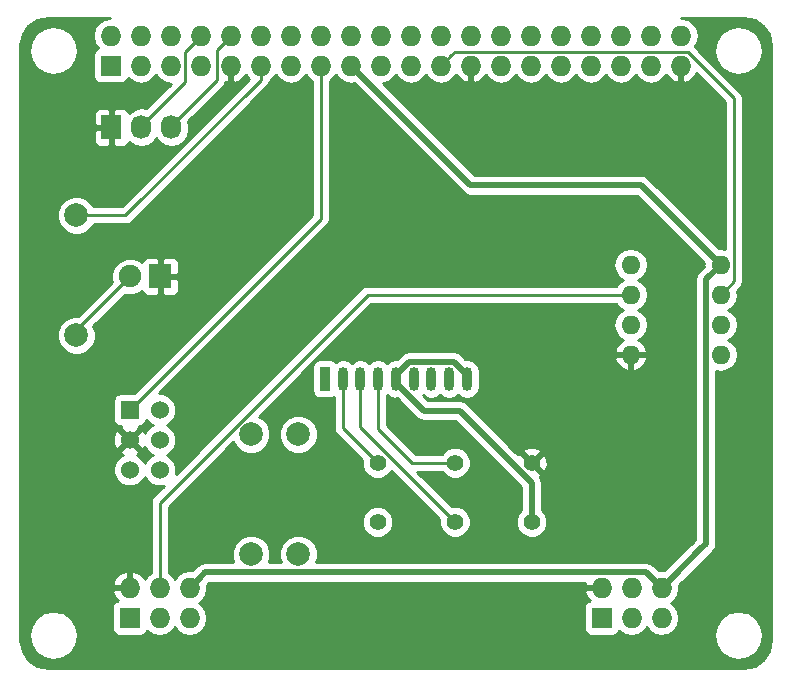
<source format=gbl>
G04 #@! TF.FileFunction,Copper,L2,Bot,Signal*
%FSLAX46Y46*%
G04 Gerber Fmt 4.6, Leading zero omitted, Abs format (unit mm)*
G04 Created by KiCad (PCBNEW 4.0.5) date *
%MOMM*%
%LPD*%
G01*
G04 APERTURE LIST*
%ADD10C,0.150000*%
%ADD11R,1.727200X1.727200*%
%ADD12O,1.727200X1.727200*%
%ADD13R,1.727200X2.032000*%
%ADD14O,1.727200X2.032000*%
%ADD15O,1.600000X1.600000*%
%ADD16R,1.900000X2.000000*%
%ADD17C,1.900000*%
%ADD18C,1.400000*%
%ADD19C,1.998980*%
%ADD20R,1.524000X1.524000*%
%ADD21C,1.524000*%
%ADD22R,0.900000X2.000000*%
%ADD23O,0.900000X2.000000*%
%ADD24C,0.250000*%
%ADD25C,0.500000*%
%ADD26C,0.254000*%
G04 APERTURE END LIST*
D10*
D11*
X83370000Y-68270000D03*
D12*
X83370000Y-65730000D03*
X85910000Y-68270000D03*
X85910000Y-65730000D03*
X88450000Y-68270000D03*
X88450000Y-65730000D03*
X90990000Y-68270000D03*
X90990000Y-65730000D03*
X93530000Y-68270000D03*
X93530000Y-65730000D03*
X96070000Y-68270000D03*
X96070000Y-65730000D03*
X98610000Y-68270000D03*
X98610000Y-65730000D03*
X101150000Y-68270000D03*
X101150000Y-65730000D03*
X103690000Y-68270000D03*
X103690000Y-65730000D03*
X106230000Y-68270000D03*
X106230000Y-65730000D03*
X108770000Y-68270000D03*
X108770000Y-65730000D03*
X111310000Y-68270000D03*
X111310000Y-65730000D03*
X113850000Y-68270000D03*
X113850000Y-65730000D03*
X116390000Y-68270000D03*
X116390000Y-65730000D03*
X118930000Y-68270000D03*
X118930000Y-65730000D03*
X121470000Y-68270000D03*
X121470000Y-65730000D03*
X124010000Y-68270000D03*
X124010000Y-65730000D03*
X126550000Y-68270000D03*
X126550000Y-65730000D03*
X129090000Y-68270000D03*
X129090000Y-65730000D03*
X131630000Y-68270000D03*
X131630000Y-65730000D03*
D13*
X83420000Y-73500000D03*
D14*
X85960000Y-73500000D03*
X88500000Y-73500000D03*
D15*
X127380000Y-85130000D03*
X127380000Y-87670000D03*
X127380000Y-90210000D03*
X127380000Y-92750000D03*
X135000000Y-92750000D03*
X135000000Y-90210000D03*
X135000000Y-87670000D03*
X135000000Y-85130000D03*
D16*
X87547600Y-86129100D03*
D17*
X85007600Y-86129100D03*
D18*
X105950000Y-106900000D03*
X105950000Y-101900000D03*
X112500000Y-106900000D03*
X112500000Y-101900000D03*
X119000000Y-106900000D03*
X119000000Y-101900000D03*
D19*
X95250000Y-109660000D03*
X95250000Y-99500000D03*
X99250000Y-109660000D03*
X99250000Y-99500000D03*
X80461000Y-80960200D03*
X80461000Y-91120200D03*
D11*
X84960000Y-115040000D03*
D12*
X84960000Y-112500000D03*
X87500000Y-115040000D03*
X87500000Y-112500000D03*
X90040000Y-115040000D03*
X90040000Y-112500000D03*
D11*
X124920000Y-115040000D03*
D12*
X124920000Y-112500000D03*
X127460000Y-115040000D03*
X127460000Y-112500000D03*
X130000000Y-115040000D03*
X130000000Y-112500000D03*
D20*
X84960000Y-97420000D03*
D21*
X84960000Y-99960000D03*
X84960000Y-102500000D03*
X87500000Y-102500000D03*
X87500000Y-99960000D03*
X87500000Y-97420000D03*
D22*
X101500000Y-94800000D03*
D23*
X103000000Y-94800000D03*
X104500000Y-94800000D03*
X106000000Y-94800000D03*
X109000000Y-94800000D03*
X110500000Y-94800000D03*
X107500000Y-94800000D03*
X112000000Y-94800000D03*
X113500000Y-94800000D03*
D24*
X90990000Y-65730000D02*
X89638601Y-67081399D01*
X89638601Y-67081399D02*
X89638601Y-69668999D01*
X89638601Y-69668999D02*
X85960000Y-73347600D01*
X85960000Y-73347600D02*
X85960000Y-73500000D01*
X93530000Y-65730000D02*
X92341399Y-66918601D01*
X92341399Y-66918601D02*
X92341399Y-69506201D01*
X92341399Y-69506201D02*
X88500000Y-73347600D01*
X88500000Y-73347600D02*
X88500000Y-73500000D01*
X103000000Y-95000000D02*
X103000000Y-98950000D01*
X103000000Y-98950000D02*
X105950000Y-101900000D01*
X104500000Y-95000000D02*
X104500000Y-98900000D01*
X104500000Y-98900000D02*
X112500000Y-106900000D01*
X106000000Y-95000000D02*
X106000000Y-99000000D01*
X106000000Y-99000000D02*
X108900000Y-101900000D01*
X108900000Y-101900000D02*
X112500000Y-101900000D01*
X135000000Y-87670000D02*
X136125001Y-86544999D01*
X136125001Y-86544999D02*
X136125001Y-71005871D01*
X112498601Y-67081399D02*
X112173599Y-67406401D01*
X136125001Y-71005871D02*
X132200529Y-67081399D01*
X132200529Y-67081399D02*
X112498601Y-67081399D01*
X112173599Y-67406401D02*
X111310000Y-68270000D01*
X127380000Y-87670000D02*
X105119752Y-87670000D01*
X87500000Y-111278686D02*
X87500000Y-112500000D01*
X105119752Y-87670000D02*
X87500000Y-105289752D01*
X87500000Y-105289752D02*
X87500000Y-111278686D01*
X85007600Y-86129100D02*
X80461000Y-90675700D01*
X80461000Y-90675700D02*
X80461000Y-91120200D01*
D25*
X133350000Y-109150000D02*
X130863599Y-111636401D01*
X135000000Y-85130000D02*
X133749999Y-86380001D01*
X133749999Y-86380001D02*
X133749999Y-108750001D01*
X133749999Y-108750001D02*
X133350000Y-109150000D01*
X135000000Y-85130000D02*
X128260000Y-78390000D01*
X128260000Y-78390000D02*
X113810000Y-78390000D01*
X113810000Y-78390000D02*
X104553599Y-69133599D01*
X104553599Y-69133599D02*
X103690000Y-68270000D01*
X130000000Y-112500000D02*
X128686399Y-111186399D01*
X128686399Y-111186399D02*
X91353601Y-111186399D01*
X91353601Y-111186399D02*
X90903599Y-111636401D01*
X90903599Y-111636401D02*
X90040000Y-112500000D01*
X130863599Y-111636401D02*
X130000000Y-112500000D01*
D24*
X101150000Y-68270000D02*
X101150000Y-81230000D01*
X101150000Y-81230000D02*
X84960000Y-97420000D01*
X96070000Y-68270000D02*
X96070000Y-69491314D01*
X96070000Y-69491314D02*
X84601114Y-80960200D01*
X84601114Y-80960200D02*
X80461000Y-80960200D01*
D25*
X107500000Y-95000000D02*
X107500000Y-94456483D01*
X107500000Y-94456483D02*
X108606493Y-93349990D01*
X108606493Y-93349990D02*
X112393507Y-93349990D01*
X112393507Y-93349990D02*
X113500000Y-94456483D01*
X113500000Y-94456483D02*
X113500000Y-95000000D01*
X107500000Y-95000000D02*
X107500000Y-95143517D01*
X107500000Y-95143517D02*
X109856483Y-97500000D01*
X109856483Y-97500000D02*
X112897998Y-97500000D01*
X112897998Y-97500000D02*
X119000000Y-103602002D01*
X119000000Y-103602002D02*
X119000000Y-106900000D01*
D26*
G36*
X82796511Y-64316115D02*
X82310330Y-64640971D01*
X81985474Y-65127152D01*
X81871400Y-65700641D01*
X81871400Y-65759359D01*
X81985474Y-66332848D01*
X82296574Y-66798442D01*
X82271083Y-66803238D01*
X82054959Y-66942310D01*
X81909969Y-67154510D01*
X81858960Y-67406400D01*
X81858960Y-69133600D01*
X81903238Y-69368917D01*
X82042310Y-69585041D01*
X82254510Y-69730031D01*
X82506400Y-69781040D01*
X84233600Y-69781040D01*
X84468917Y-69736762D01*
X84685041Y-69597690D01*
X84830031Y-69385490D01*
X84838864Y-69341869D01*
X84850330Y-69359029D01*
X85336511Y-69683885D01*
X85910000Y-69797959D01*
X86483489Y-69683885D01*
X86969670Y-69359029D01*
X87180000Y-69044248D01*
X87390330Y-69359029D01*
X87876511Y-69683885D01*
X88437354Y-69795444D01*
X86340464Y-71892334D01*
X85960000Y-71816655D01*
X85386511Y-71930729D01*
X84900330Y-72255585D01*
X84885500Y-72277780D01*
X84821927Y-72124302D01*
X84643299Y-71945673D01*
X84409910Y-71849000D01*
X83705750Y-71849000D01*
X83547000Y-72007750D01*
X83547000Y-73373000D01*
X83567000Y-73373000D01*
X83567000Y-73627000D01*
X83547000Y-73627000D01*
X83547000Y-74992250D01*
X83705750Y-75151000D01*
X84409910Y-75151000D01*
X84643299Y-75054327D01*
X84821927Y-74875698D01*
X84885500Y-74722220D01*
X84900330Y-74744415D01*
X85386511Y-75069271D01*
X85960000Y-75183345D01*
X86533489Y-75069271D01*
X87019670Y-74744415D01*
X87230000Y-74429634D01*
X87440330Y-74744415D01*
X87926511Y-75069271D01*
X88500000Y-75183345D01*
X89073489Y-75069271D01*
X89559670Y-74744415D01*
X89884526Y-74258234D01*
X89998600Y-73684745D01*
X89998600Y-73315255D01*
X89933654Y-72988748D01*
X92878800Y-70043602D01*
X93043547Y-69797040D01*
X93066493Y-69681683D01*
X93170974Y-69724958D01*
X93403000Y-69603817D01*
X93403000Y-68397000D01*
X93383000Y-68397000D01*
X93383000Y-68143000D01*
X93403000Y-68143000D01*
X93403000Y-68123000D01*
X93657000Y-68123000D01*
X93657000Y-68143000D01*
X93677000Y-68143000D01*
X93677000Y-68397000D01*
X93657000Y-68397000D01*
X93657000Y-69603817D01*
X93889026Y-69724958D01*
X94304947Y-69552688D01*
X94736821Y-69158490D01*
X94794336Y-69035772D01*
X95010330Y-69359029D01*
X95080558Y-69405954D01*
X84286312Y-80200200D01*
X81915496Y-80200200D01*
X81847462Y-80035545D01*
X81388073Y-79575354D01*
X80787547Y-79325994D01*
X80137306Y-79325426D01*
X79536345Y-79573738D01*
X79076154Y-80033127D01*
X78826794Y-80633653D01*
X78826226Y-81283894D01*
X79074538Y-81884855D01*
X79533927Y-82345046D01*
X80134453Y-82594406D01*
X80784694Y-82594974D01*
X81385655Y-82346662D01*
X81845846Y-81887273D01*
X81915221Y-81720200D01*
X84601114Y-81720200D01*
X84891953Y-81662348D01*
X85138515Y-81497601D01*
X96607401Y-70028715D01*
X96772148Y-69782153D01*
X96814412Y-69569678D01*
X97129670Y-69359029D01*
X97340000Y-69044248D01*
X97550330Y-69359029D01*
X98036511Y-69683885D01*
X98610000Y-69797959D01*
X99183489Y-69683885D01*
X99669670Y-69359029D01*
X99880000Y-69044248D01*
X100090330Y-69359029D01*
X100390000Y-69559262D01*
X100390000Y-80915198D01*
X85294638Y-96010560D01*
X84198000Y-96010560D01*
X83962683Y-96054838D01*
X83746559Y-96193910D01*
X83601569Y-96406110D01*
X83550560Y-96658000D01*
X83550560Y-98182000D01*
X83594838Y-98417317D01*
X83733910Y-98633441D01*
X83946110Y-98778431D01*
X84198000Y-98829440D01*
X84202516Y-98829440D01*
X84159392Y-98979787D01*
X84960000Y-99780395D01*
X85760608Y-98979787D01*
X85717484Y-98829440D01*
X85722000Y-98829440D01*
X85957317Y-98785162D01*
X86173441Y-98646090D01*
X86318431Y-98433890D01*
X86355492Y-98250876D01*
X86707630Y-98603629D01*
X86915512Y-98689949D01*
X86709697Y-98774990D01*
X86316371Y-99167630D01*
X86236605Y-99359727D01*
X86182397Y-99228857D01*
X85940213Y-99159392D01*
X85139605Y-99960000D01*
X85940213Y-100760608D01*
X86182397Y-100691143D01*
X86232509Y-100550682D01*
X86314990Y-100750303D01*
X86707630Y-101143629D01*
X86915512Y-101229949D01*
X86709697Y-101314990D01*
X86316371Y-101707630D01*
X86230051Y-101915512D01*
X86145010Y-101709697D01*
X85752370Y-101316371D01*
X85560273Y-101236605D01*
X85691143Y-101182397D01*
X85760608Y-100940213D01*
X84960000Y-100139605D01*
X84159392Y-100940213D01*
X84228857Y-101182397D01*
X84369318Y-101232509D01*
X84169697Y-101314990D01*
X83776371Y-101707630D01*
X83563243Y-102220900D01*
X83562758Y-102776661D01*
X83774990Y-103290303D01*
X84167630Y-103683629D01*
X84680900Y-103896757D01*
X85236661Y-103897242D01*
X85750303Y-103685010D01*
X86143629Y-103292370D01*
X86229949Y-103084488D01*
X86314990Y-103290303D01*
X86707630Y-103683629D01*
X87220900Y-103896757D01*
X87776661Y-103897242D01*
X87846610Y-103868340D01*
X86962599Y-104752351D01*
X86797852Y-104998913D01*
X86740000Y-105289752D01*
X86740000Y-111210738D01*
X86440330Y-111410971D01*
X86224336Y-111734228D01*
X86166821Y-111611510D01*
X85734947Y-111217312D01*
X85319026Y-111045042D01*
X85087000Y-111166183D01*
X85087000Y-112373000D01*
X85107000Y-112373000D01*
X85107000Y-112627000D01*
X85087000Y-112627000D01*
X85087000Y-112647000D01*
X84833000Y-112647000D01*
X84833000Y-112627000D01*
X83625531Y-112627000D01*
X83505032Y-112859027D01*
X83753179Y-113388490D01*
X83939433Y-113558495D01*
X83861083Y-113573238D01*
X83644959Y-113712310D01*
X83499969Y-113924510D01*
X83448960Y-114176400D01*
X83448960Y-115903600D01*
X83493238Y-116138917D01*
X83632310Y-116355041D01*
X83844510Y-116500031D01*
X84096400Y-116551040D01*
X85823600Y-116551040D01*
X86058917Y-116506762D01*
X86275041Y-116367690D01*
X86420031Y-116155490D01*
X86428864Y-116111869D01*
X86440330Y-116129029D01*
X86926511Y-116453885D01*
X87500000Y-116567959D01*
X88073489Y-116453885D01*
X88559670Y-116129029D01*
X88770000Y-115814248D01*
X88980330Y-116129029D01*
X89466511Y-116453885D01*
X90040000Y-116567959D01*
X90613489Y-116453885D01*
X91099670Y-116129029D01*
X91424526Y-115642848D01*
X91538600Y-115069359D01*
X91538600Y-115010641D01*
X91424526Y-114437152D01*
X91099670Y-113950971D01*
X90828828Y-113770000D01*
X91099670Y-113589029D01*
X91424526Y-113102848D01*
X91538600Y-112529359D01*
X91538600Y-112470641D01*
X91502488Y-112289091D01*
X91529386Y-112262193D01*
X91529389Y-112262191D01*
X91720181Y-112071399D01*
X123497640Y-112071399D01*
X123465032Y-112140973D01*
X123585531Y-112373000D01*
X124793000Y-112373000D01*
X124793000Y-112353000D01*
X125047000Y-112353000D01*
X125047000Y-112373000D01*
X125067000Y-112373000D01*
X125067000Y-112627000D01*
X125047000Y-112627000D01*
X125047000Y-112647000D01*
X124793000Y-112647000D01*
X124793000Y-112627000D01*
X123585531Y-112627000D01*
X123465032Y-112859027D01*
X123713179Y-113388490D01*
X123899433Y-113558495D01*
X123821083Y-113573238D01*
X123604959Y-113712310D01*
X123459969Y-113924510D01*
X123408960Y-114176400D01*
X123408960Y-115903600D01*
X123453238Y-116138917D01*
X123592310Y-116355041D01*
X123804510Y-116500031D01*
X124056400Y-116551040D01*
X125783600Y-116551040D01*
X126018917Y-116506762D01*
X126235041Y-116367690D01*
X126380031Y-116155490D01*
X126388864Y-116111869D01*
X126400330Y-116129029D01*
X126886511Y-116453885D01*
X127460000Y-116567959D01*
X128033489Y-116453885D01*
X128519670Y-116129029D01*
X128730000Y-115814248D01*
X128940330Y-116129029D01*
X129426511Y-116453885D01*
X130000000Y-116567959D01*
X130341653Y-116500000D01*
X134415000Y-116500000D01*
X134573711Y-117297895D01*
X135025682Y-117974318D01*
X135702105Y-118426289D01*
X136500000Y-118585000D01*
X137297895Y-118426289D01*
X137974318Y-117974318D01*
X138426289Y-117297895D01*
X138585000Y-116500000D01*
X138426289Y-115702105D01*
X137974318Y-115025682D01*
X137297895Y-114573711D01*
X136500000Y-114415000D01*
X135702105Y-114573711D01*
X135025682Y-115025682D01*
X134573711Y-115702105D01*
X134415000Y-116500000D01*
X130341653Y-116500000D01*
X130573489Y-116453885D01*
X131059670Y-116129029D01*
X131384526Y-115642848D01*
X131498600Y-115069359D01*
X131498600Y-115010641D01*
X131384526Y-114437152D01*
X131059670Y-113950971D01*
X130788828Y-113770000D01*
X131059670Y-113589029D01*
X131384526Y-113102848D01*
X131498600Y-112529359D01*
X131498600Y-112470641D01*
X131462488Y-112289091D01*
X131489386Y-112262193D01*
X131489389Y-112262191D01*
X133975787Y-109775792D01*
X133975790Y-109775790D01*
X134375786Y-109375793D01*
X134375789Y-109375791D01*
X134567632Y-109088676D01*
X134622801Y-108811326D01*
X134635000Y-108750001D01*
X134634999Y-108749996D01*
X134634999Y-94117989D01*
X134971887Y-94185000D01*
X135028113Y-94185000D01*
X135577264Y-94075767D01*
X136042811Y-93764698D01*
X136353880Y-93299151D01*
X136463113Y-92750000D01*
X136353880Y-92200849D01*
X136042811Y-91735302D01*
X135660725Y-91480000D01*
X136042811Y-91224698D01*
X136353880Y-90759151D01*
X136463113Y-90210000D01*
X136353880Y-89660849D01*
X136042811Y-89195302D01*
X135660725Y-88940000D01*
X136042811Y-88684698D01*
X136353880Y-88219151D01*
X136463113Y-87670000D01*
X136398688Y-87346114D01*
X136662402Y-87082400D01*
X136827149Y-86835838D01*
X136885001Y-86544999D01*
X136885001Y-71005871D01*
X136827149Y-70715032D01*
X136662402Y-70468470D01*
X133193932Y-67000000D01*
X134415000Y-67000000D01*
X134573711Y-67797895D01*
X135025682Y-68474318D01*
X135702105Y-68926289D01*
X136500000Y-69085000D01*
X137297895Y-68926289D01*
X137974318Y-68474318D01*
X138426289Y-67797895D01*
X138585000Y-67000000D01*
X138426289Y-66202105D01*
X137974318Y-65525682D01*
X137297895Y-65073711D01*
X136500000Y-64915000D01*
X135702105Y-65073711D01*
X135025682Y-65525682D01*
X134573711Y-66202105D01*
X134415000Y-67000000D01*
X133193932Y-67000000D01*
X132819162Y-66625230D01*
X133014526Y-66332848D01*
X133128600Y-65759359D01*
X133128600Y-65700641D01*
X133014526Y-65127152D01*
X132689670Y-64640971D01*
X132203489Y-64316115D01*
X131670013Y-64210000D01*
X136930069Y-64210000D01*
X137871023Y-64397167D01*
X138609439Y-64890561D01*
X139102833Y-65628977D01*
X139290000Y-66569931D01*
X139290000Y-116930069D01*
X139102833Y-117871023D01*
X138609439Y-118609439D01*
X137871023Y-119102833D01*
X136930069Y-119290000D01*
X78069931Y-119290000D01*
X77128977Y-119102833D01*
X76390561Y-118609439D01*
X75897167Y-117871023D01*
X75710000Y-116930069D01*
X75710000Y-116500000D01*
X76415000Y-116500000D01*
X76573711Y-117297895D01*
X77025682Y-117974318D01*
X77702105Y-118426289D01*
X78500000Y-118585000D01*
X79297895Y-118426289D01*
X79974318Y-117974318D01*
X80426289Y-117297895D01*
X80585000Y-116500000D01*
X80426289Y-115702105D01*
X79974318Y-115025682D01*
X79297895Y-114573711D01*
X78500000Y-114415000D01*
X77702105Y-114573711D01*
X77025682Y-115025682D01*
X76573711Y-115702105D01*
X76415000Y-116500000D01*
X75710000Y-116500000D01*
X75710000Y-112140973D01*
X83505032Y-112140973D01*
X83625531Y-112373000D01*
X84833000Y-112373000D01*
X84833000Y-111166183D01*
X84600974Y-111045042D01*
X84185053Y-111217312D01*
X83753179Y-111611510D01*
X83505032Y-112140973D01*
X75710000Y-112140973D01*
X75710000Y-99752302D01*
X83550856Y-99752302D01*
X83578638Y-100307368D01*
X83737603Y-100691143D01*
X83979787Y-100760608D01*
X84780395Y-99960000D01*
X83979787Y-99159392D01*
X83737603Y-99228857D01*
X83550856Y-99752302D01*
X75710000Y-99752302D01*
X75710000Y-91443894D01*
X78826226Y-91443894D01*
X79074538Y-92044855D01*
X79533927Y-92505046D01*
X80134453Y-92754406D01*
X80784694Y-92754974D01*
X81385655Y-92506662D01*
X81845846Y-92047273D01*
X82095206Y-91446747D01*
X82095774Y-90796506D01*
X81896727Y-90314775D01*
X84554382Y-87657120D01*
X84690941Y-87713824D01*
X85321493Y-87714375D01*
X85904257Y-87473581D01*
X86009467Y-87368555D01*
X86059273Y-87488798D01*
X86237901Y-87667427D01*
X86471290Y-87764100D01*
X87261850Y-87764100D01*
X87420600Y-87605350D01*
X87420600Y-86256100D01*
X87674600Y-86256100D01*
X87674600Y-87605350D01*
X87833350Y-87764100D01*
X88623910Y-87764100D01*
X88857299Y-87667427D01*
X89035927Y-87488798D01*
X89132600Y-87255409D01*
X89132600Y-86414850D01*
X88973850Y-86256100D01*
X87674600Y-86256100D01*
X87420600Y-86256100D01*
X87400600Y-86256100D01*
X87400600Y-86002100D01*
X87420600Y-86002100D01*
X87420600Y-84652850D01*
X87674600Y-84652850D01*
X87674600Y-86002100D01*
X88973850Y-86002100D01*
X89132600Y-85843350D01*
X89132600Y-85002791D01*
X89035927Y-84769402D01*
X88857299Y-84590773D01*
X88623910Y-84494100D01*
X87833350Y-84494100D01*
X87674600Y-84652850D01*
X87420600Y-84652850D01*
X87261850Y-84494100D01*
X86471290Y-84494100D01*
X86237901Y-84590773D01*
X86059273Y-84769402D01*
X86009588Y-84889351D01*
X85906603Y-84786186D01*
X85324259Y-84544376D01*
X84693707Y-84543825D01*
X84110943Y-84784619D01*
X83664686Y-85230097D01*
X83422876Y-85812441D01*
X83422325Y-86442993D01*
X83479802Y-86582096D01*
X80576089Y-89485809D01*
X80137306Y-89485426D01*
X79536345Y-89733738D01*
X79076154Y-90193127D01*
X78826794Y-90793653D01*
X78826226Y-91443894D01*
X75710000Y-91443894D01*
X75710000Y-73785750D01*
X81921400Y-73785750D01*
X81921400Y-74642309D01*
X82018073Y-74875698D01*
X82196701Y-75054327D01*
X82430090Y-75151000D01*
X83134250Y-75151000D01*
X83293000Y-74992250D01*
X83293000Y-73627000D01*
X82080150Y-73627000D01*
X81921400Y-73785750D01*
X75710000Y-73785750D01*
X75710000Y-72357691D01*
X81921400Y-72357691D01*
X81921400Y-73214250D01*
X82080150Y-73373000D01*
X83293000Y-73373000D01*
X83293000Y-72007750D01*
X83134250Y-71849000D01*
X82430090Y-71849000D01*
X82196701Y-71945673D01*
X82018073Y-72124302D01*
X81921400Y-72357691D01*
X75710000Y-72357691D01*
X75710000Y-67000000D01*
X76415000Y-67000000D01*
X76573711Y-67797895D01*
X77025682Y-68474318D01*
X77702105Y-68926289D01*
X78500000Y-69085000D01*
X79297895Y-68926289D01*
X79974318Y-68474318D01*
X80426289Y-67797895D01*
X80585000Y-67000000D01*
X80426289Y-66202105D01*
X79974318Y-65525682D01*
X79297895Y-65073711D01*
X78500000Y-64915000D01*
X77702105Y-65073711D01*
X77025682Y-65525682D01*
X76573711Y-66202105D01*
X76415000Y-67000000D01*
X75710000Y-67000000D01*
X75710000Y-66569931D01*
X75897167Y-65628977D01*
X76390561Y-64890561D01*
X77128977Y-64397167D01*
X78069931Y-64210000D01*
X83329987Y-64210000D01*
X82796511Y-64316115D01*
X82796511Y-64316115D01*
G37*
X82796511Y-64316115D02*
X82310330Y-64640971D01*
X81985474Y-65127152D01*
X81871400Y-65700641D01*
X81871400Y-65759359D01*
X81985474Y-66332848D01*
X82296574Y-66798442D01*
X82271083Y-66803238D01*
X82054959Y-66942310D01*
X81909969Y-67154510D01*
X81858960Y-67406400D01*
X81858960Y-69133600D01*
X81903238Y-69368917D01*
X82042310Y-69585041D01*
X82254510Y-69730031D01*
X82506400Y-69781040D01*
X84233600Y-69781040D01*
X84468917Y-69736762D01*
X84685041Y-69597690D01*
X84830031Y-69385490D01*
X84838864Y-69341869D01*
X84850330Y-69359029D01*
X85336511Y-69683885D01*
X85910000Y-69797959D01*
X86483489Y-69683885D01*
X86969670Y-69359029D01*
X87180000Y-69044248D01*
X87390330Y-69359029D01*
X87876511Y-69683885D01*
X88437354Y-69795444D01*
X86340464Y-71892334D01*
X85960000Y-71816655D01*
X85386511Y-71930729D01*
X84900330Y-72255585D01*
X84885500Y-72277780D01*
X84821927Y-72124302D01*
X84643299Y-71945673D01*
X84409910Y-71849000D01*
X83705750Y-71849000D01*
X83547000Y-72007750D01*
X83547000Y-73373000D01*
X83567000Y-73373000D01*
X83567000Y-73627000D01*
X83547000Y-73627000D01*
X83547000Y-74992250D01*
X83705750Y-75151000D01*
X84409910Y-75151000D01*
X84643299Y-75054327D01*
X84821927Y-74875698D01*
X84885500Y-74722220D01*
X84900330Y-74744415D01*
X85386511Y-75069271D01*
X85960000Y-75183345D01*
X86533489Y-75069271D01*
X87019670Y-74744415D01*
X87230000Y-74429634D01*
X87440330Y-74744415D01*
X87926511Y-75069271D01*
X88500000Y-75183345D01*
X89073489Y-75069271D01*
X89559670Y-74744415D01*
X89884526Y-74258234D01*
X89998600Y-73684745D01*
X89998600Y-73315255D01*
X89933654Y-72988748D01*
X92878800Y-70043602D01*
X93043547Y-69797040D01*
X93066493Y-69681683D01*
X93170974Y-69724958D01*
X93403000Y-69603817D01*
X93403000Y-68397000D01*
X93383000Y-68397000D01*
X93383000Y-68143000D01*
X93403000Y-68143000D01*
X93403000Y-68123000D01*
X93657000Y-68123000D01*
X93657000Y-68143000D01*
X93677000Y-68143000D01*
X93677000Y-68397000D01*
X93657000Y-68397000D01*
X93657000Y-69603817D01*
X93889026Y-69724958D01*
X94304947Y-69552688D01*
X94736821Y-69158490D01*
X94794336Y-69035772D01*
X95010330Y-69359029D01*
X95080558Y-69405954D01*
X84286312Y-80200200D01*
X81915496Y-80200200D01*
X81847462Y-80035545D01*
X81388073Y-79575354D01*
X80787547Y-79325994D01*
X80137306Y-79325426D01*
X79536345Y-79573738D01*
X79076154Y-80033127D01*
X78826794Y-80633653D01*
X78826226Y-81283894D01*
X79074538Y-81884855D01*
X79533927Y-82345046D01*
X80134453Y-82594406D01*
X80784694Y-82594974D01*
X81385655Y-82346662D01*
X81845846Y-81887273D01*
X81915221Y-81720200D01*
X84601114Y-81720200D01*
X84891953Y-81662348D01*
X85138515Y-81497601D01*
X96607401Y-70028715D01*
X96772148Y-69782153D01*
X96814412Y-69569678D01*
X97129670Y-69359029D01*
X97340000Y-69044248D01*
X97550330Y-69359029D01*
X98036511Y-69683885D01*
X98610000Y-69797959D01*
X99183489Y-69683885D01*
X99669670Y-69359029D01*
X99880000Y-69044248D01*
X100090330Y-69359029D01*
X100390000Y-69559262D01*
X100390000Y-80915198D01*
X85294638Y-96010560D01*
X84198000Y-96010560D01*
X83962683Y-96054838D01*
X83746559Y-96193910D01*
X83601569Y-96406110D01*
X83550560Y-96658000D01*
X83550560Y-98182000D01*
X83594838Y-98417317D01*
X83733910Y-98633441D01*
X83946110Y-98778431D01*
X84198000Y-98829440D01*
X84202516Y-98829440D01*
X84159392Y-98979787D01*
X84960000Y-99780395D01*
X85760608Y-98979787D01*
X85717484Y-98829440D01*
X85722000Y-98829440D01*
X85957317Y-98785162D01*
X86173441Y-98646090D01*
X86318431Y-98433890D01*
X86355492Y-98250876D01*
X86707630Y-98603629D01*
X86915512Y-98689949D01*
X86709697Y-98774990D01*
X86316371Y-99167630D01*
X86236605Y-99359727D01*
X86182397Y-99228857D01*
X85940213Y-99159392D01*
X85139605Y-99960000D01*
X85940213Y-100760608D01*
X86182397Y-100691143D01*
X86232509Y-100550682D01*
X86314990Y-100750303D01*
X86707630Y-101143629D01*
X86915512Y-101229949D01*
X86709697Y-101314990D01*
X86316371Y-101707630D01*
X86230051Y-101915512D01*
X86145010Y-101709697D01*
X85752370Y-101316371D01*
X85560273Y-101236605D01*
X85691143Y-101182397D01*
X85760608Y-100940213D01*
X84960000Y-100139605D01*
X84159392Y-100940213D01*
X84228857Y-101182397D01*
X84369318Y-101232509D01*
X84169697Y-101314990D01*
X83776371Y-101707630D01*
X83563243Y-102220900D01*
X83562758Y-102776661D01*
X83774990Y-103290303D01*
X84167630Y-103683629D01*
X84680900Y-103896757D01*
X85236661Y-103897242D01*
X85750303Y-103685010D01*
X86143629Y-103292370D01*
X86229949Y-103084488D01*
X86314990Y-103290303D01*
X86707630Y-103683629D01*
X87220900Y-103896757D01*
X87776661Y-103897242D01*
X87846610Y-103868340D01*
X86962599Y-104752351D01*
X86797852Y-104998913D01*
X86740000Y-105289752D01*
X86740000Y-111210738D01*
X86440330Y-111410971D01*
X86224336Y-111734228D01*
X86166821Y-111611510D01*
X85734947Y-111217312D01*
X85319026Y-111045042D01*
X85087000Y-111166183D01*
X85087000Y-112373000D01*
X85107000Y-112373000D01*
X85107000Y-112627000D01*
X85087000Y-112627000D01*
X85087000Y-112647000D01*
X84833000Y-112647000D01*
X84833000Y-112627000D01*
X83625531Y-112627000D01*
X83505032Y-112859027D01*
X83753179Y-113388490D01*
X83939433Y-113558495D01*
X83861083Y-113573238D01*
X83644959Y-113712310D01*
X83499969Y-113924510D01*
X83448960Y-114176400D01*
X83448960Y-115903600D01*
X83493238Y-116138917D01*
X83632310Y-116355041D01*
X83844510Y-116500031D01*
X84096400Y-116551040D01*
X85823600Y-116551040D01*
X86058917Y-116506762D01*
X86275041Y-116367690D01*
X86420031Y-116155490D01*
X86428864Y-116111869D01*
X86440330Y-116129029D01*
X86926511Y-116453885D01*
X87500000Y-116567959D01*
X88073489Y-116453885D01*
X88559670Y-116129029D01*
X88770000Y-115814248D01*
X88980330Y-116129029D01*
X89466511Y-116453885D01*
X90040000Y-116567959D01*
X90613489Y-116453885D01*
X91099670Y-116129029D01*
X91424526Y-115642848D01*
X91538600Y-115069359D01*
X91538600Y-115010641D01*
X91424526Y-114437152D01*
X91099670Y-113950971D01*
X90828828Y-113770000D01*
X91099670Y-113589029D01*
X91424526Y-113102848D01*
X91538600Y-112529359D01*
X91538600Y-112470641D01*
X91502488Y-112289091D01*
X91529386Y-112262193D01*
X91529389Y-112262191D01*
X91720181Y-112071399D01*
X123497640Y-112071399D01*
X123465032Y-112140973D01*
X123585531Y-112373000D01*
X124793000Y-112373000D01*
X124793000Y-112353000D01*
X125047000Y-112353000D01*
X125047000Y-112373000D01*
X125067000Y-112373000D01*
X125067000Y-112627000D01*
X125047000Y-112627000D01*
X125047000Y-112647000D01*
X124793000Y-112647000D01*
X124793000Y-112627000D01*
X123585531Y-112627000D01*
X123465032Y-112859027D01*
X123713179Y-113388490D01*
X123899433Y-113558495D01*
X123821083Y-113573238D01*
X123604959Y-113712310D01*
X123459969Y-113924510D01*
X123408960Y-114176400D01*
X123408960Y-115903600D01*
X123453238Y-116138917D01*
X123592310Y-116355041D01*
X123804510Y-116500031D01*
X124056400Y-116551040D01*
X125783600Y-116551040D01*
X126018917Y-116506762D01*
X126235041Y-116367690D01*
X126380031Y-116155490D01*
X126388864Y-116111869D01*
X126400330Y-116129029D01*
X126886511Y-116453885D01*
X127460000Y-116567959D01*
X128033489Y-116453885D01*
X128519670Y-116129029D01*
X128730000Y-115814248D01*
X128940330Y-116129029D01*
X129426511Y-116453885D01*
X130000000Y-116567959D01*
X130341653Y-116500000D01*
X134415000Y-116500000D01*
X134573711Y-117297895D01*
X135025682Y-117974318D01*
X135702105Y-118426289D01*
X136500000Y-118585000D01*
X137297895Y-118426289D01*
X137974318Y-117974318D01*
X138426289Y-117297895D01*
X138585000Y-116500000D01*
X138426289Y-115702105D01*
X137974318Y-115025682D01*
X137297895Y-114573711D01*
X136500000Y-114415000D01*
X135702105Y-114573711D01*
X135025682Y-115025682D01*
X134573711Y-115702105D01*
X134415000Y-116500000D01*
X130341653Y-116500000D01*
X130573489Y-116453885D01*
X131059670Y-116129029D01*
X131384526Y-115642848D01*
X131498600Y-115069359D01*
X131498600Y-115010641D01*
X131384526Y-114437152D01*
X131059670Y-113950971D01*
X130788828Y-113770000D01*
X131059670Y-113589029D01*
X131384526Y-113102848D01*
X131498600Y-112529359D01*
X131498600Y-112470641D01*
X131462488Y-112289091D01*
X131489386Y-112262193D01*
X131489389Y-112262191D01*
X133975787Y-109775792D01*
X133975790Y-109775790D01*
X134375786Y-109375793D01*
X134375789Y-109375791D01*
X134567632Y-109088676D01*
X134622801Y-108811326D01*
X134635000Y-108750001D01*
X134634999Y-108749996D01*
X134634999Y-94117989D01*
X134971887Y-94185000D01*
X135028113Y-94185000D01*
X135577264Y-94075767D01*
X136042811Y-93764698D01*
X136353880Y-93299151D01*
X136463113Y-92750000D01*
X136353880Y-92200849D01*
X136042811Y-91735302D01*
X135660725Y-91480000D01*
X136042811Y-91224698D01*
X136353880Y-90759151D01*
X136463113Y-90210000D01*
X136353880Y-89660849D01*
X136042811Y-89195302D01*
X135660725Y-88940000D01*
X136042811Y-88684698D01*
X136353880Y-88219151D01*
X136463113Y-87670000D01*
X136398688Y-87346114D01*
X136662402Y-87082400D01*
X136827149Y-86835838D01*
X136885001Y-86544999D01*
X136885001Y-71005871D01*
X136827149Y-70715032D01*
X136662402Y-70468470D01*
X133193932Y-67000000D01*
X134415000Y-67000000D01*
X134573711Y-67797895D01*
X135025682Y-68474318D01*
X135702105Y-68926289D01*
X136500000Y-69085000D01*
X137297895Y-68926289D01*
X137974318Y-68474318D01*
X138426289Y-67797895D01*
X138585000Y-67000000D01*
X138426289Y-66202105D01*
X137974318Y-65525682D01*
X137297895Y-65073711D01*
X136500000Y-64915000D01*
X135702105Y-65073711D01*
X135025682Y-65525682D01*
X134573711Y-66202105D01*
X134415000Y-67000000D01*
X133193932Y-67000000D01*
X132819162Y-66625230D01*
X133014526Y-66332848D01*
X133128600Y-65759359D01*
X133128600Y-65700641D01*
X133014526Y-65127152D01*
X132689670Y-64640971D01*
X132203489Y-64316115D01*
X131670013Y-64210000D01*
X136930069Y-64210000D01*
X137871023Y-64397167D01*
X138609439Y-64890561D01*
X139102833Y-65628977D01*
X139290000Y-66569931D01*
X139290000Y-116930069D01*
X139102833Y-117871023D01*
X138609439Y-118609439D01*
X137871023Y-119102833D01*
X136930069Y-119290000D01*
X78069931Y-119290000D01*
X77128977Y-119102833D01*
X76390561Y-118609439D01*
X75897167Y-117871023D01*
X75710000Y-116930069D01*
X75710000Y-116500000D01*
X76415000Y-116500000D01*
X76573711Y-117297895D01*
X77025682Y-117974318D01*
X77702105Y-118426289D01*
X78500000Y-118585000D01*
X79297895Y-118426289D01*
X79974318Y-117974318D01*
X80426289Y-117297895D01*
X80585000Y-116500000D01*
X80426289Y-115702105D01*
X79974318Y-115025682D01*
X79297895Y-114573711D01*
X78500000Y-114415000D01*
X77702105Y-114573711D01*
X77025682Y-115025682D01*
X76573711Y-115702105D01*
X76415000Y-116500000D01*
X75710000Y-116500000D01*
X75710000Y-112140973D01*
X83505032Y-112140973D01*
X83625531Y-112373000D01*
X84833000Y-112373000D01*
X84833000Y-111166183D01*
X84600974Y-111045042D01*
X84185053Y-111217312D01*
X83753179Y-111611510D01*
X83505032Y-112140973D01*
X75710000Y-112140973D01*
X75710000Y-99752302D01*
X83550856Y-99752302D01*
X83578638Y-100307368D01*
X83737603Y-100691143D01*
X83979787Y-100760608D01*
X84780395Y-99960000D01*
X83979787Y-99159392D01*
X83737603Y-99228857D01*
X83550856Y-99752302D01*
X75710000Y-99752302D01*
X75710000Y-91443894D01*
X78826226Y-91443894D01*
X79074538Y-92044855D01*
X79533927Y-92505046D01*
X80134453Y-92754406D01*
X80784694Y-92754974D01*
X81385655Y-92506662D01*
X81845846Y-92047273D01*
X82095206Y-91446747D01*
X82095774Y-90796506D01*
X81896727Y-90314775D01*
X84554382Y-87657120D01*
X84690941Y-87713824D01*
X85321493Y-87714375D01*
X85904257Y-87473581D01*
X86009467Y-87368555D01*
X86059273Y-87488798D01*
X86237901Y-87667427D01*
X86471290Y-87764100D01*
X87261850Y-87764100D01*
X87420600Y-87605350D01*
X87420600Y-86256100D01*
X87674600Y-86256100D01*
X87674600Y-87605350D01*
X87833350Y-87764100D01*
X88623910Y-87764100D01*
X88857299Y-87667427D01*
X89035927Y-87488798D01*
X89132600Y-87255409D01*
X89132600Y-86414850D01*
X88973850Y-86256100D01*
X87674600Y-86256100D01*
X87420600Y-86256100D01*
X87400600Y-86256100D01*
X87400600Y-86002100D01*
X87420600Y-86002100D01*
X87420600Y-84652850D01*
X87674600Y-84652850D01*
X87674600Y-86002100D01*
X88973850Y-86002100D01*
X89132600Y-85843350D01*
X89132600Y-85002791D01*
X89035927Y-84769402D01*
X88857299Y-84590773D01*
X88623910Y-84494100D01*
X87833350Y-84494100D01*
X87674600Y-84652850D01*
X87420600Y-84652850D01*
X87261850Y-84494100D01*
X86471290Y-84494100D01*
X86237901Y-84590773D01*
X86059273Y-84769402D01*
X86009588Y-84889351D01*
X85906603Y-84786186D01*
X85324259Y-84544376D01*
X84693707Y-84543825D01*
X84110943Y-84784619D01*
X83664686Y-85230097D01*
X83422876Y-85812441D01*
X83422325Y-86442993D01*
X83479802Y-86582096D01*
X80576089Y-89485809D01*
X80137306Y-89485426D01*
X79536345Y-89733738D01*
X79076154Y-90193127D01*
X78826794Y-90793653D01*
X78826226Y-91443894D01*
X75710000Y-91443894D01*
X75710000Y-73785750D01*
X81921400Y-73785750D01*
X81921400Y-74642309D01*
X82018073Y-74875698D01*
X82196701Y-75054327D01*
X82430090Y-75151000D01*
X83134250Y-75151000D01*
X83293000Y-74992250D01*
X83293000Y-73627000D01*
X82080150Y-73627000D01*
X81921400Y-73785750D01*
X75710000Y-73785750D01*
X75710000Y-72357691D01*
X81921400Y-72357691D01*
X81921400Y-73214250D01*
X82080150Y-73373000D01*
X83293000Y-73373000D01*
X83293000Y-72007750D01*
X83134250Y-71849000D01*
X82430090Y-71849000D01*
X82196701Y-71945673D01*
X82018073Y-72124302D01*
X81921400Y-72357691D01*
X75710000Y-72357691D01*
X75710000Y-67000000D01*
X76415000Y-67000000D01*
X76573711Y-67797895D01*
X77025682Y-68474318D01*
X77702105Y-68926289D01*
X78500000Y-69085000D01*
X79297895Y-68926289D01*
X79974318Y-68474318D01*
X80426289Y-67797895D01*
X80585000Y-67000000D01*
X80426289Y-66202105D01*
X79974318Y-65525682D01*
X79297895Y-65073711D01*
X78500000Y-64915000D01*
X77702105Y-65073711D01*
X77025682Y-65525682D01*
X76573711Y-66202105D01*
X76415000Y-67000000D01*
X75710000Y-67000000D01*
X75710000Y-66569931D01*
X75897167Y-65628977D01*
X76390561Y-64890561D01*
X77128977Y-64397167D01*
X78069931Y-64210000D01*
X83329987Y-64210000D01*
X82796511Y-64316115D01*
G36*
X102630330Y-69359029D02*
X103116511Y-69683885D01*
X103690000Y-69797959D01*
X103920526Y-69752105D01*
X103927807Y-69759386D01*
X103927809Y-69759389D01*
X113184208Y-79015787D01*
X113184210Y-79015790D01*
X113471325Y-79207633D01*
X113527516Y-79218810D01*
X113810000Y-79275001D01*
X113810005Y-79275000D01*
X127893420Y-79275000D01*
X133571983Y-84953562D01*
X133536887Y-85130000D01*
X133571983Y-85306438D01*
X133124209Y-85754211D01*
X132932366Y-86041326D01*
X132932366Y-86041327D01*
X132864998Y-86380001D01*
X132864999Y-86380006D01*
X132864999Y-108383421D01*
X132724210Y-108524210D01*
X132724208Y-108524213D01*
X130237809Y-111010611D01*
X130237807Y-111010614D01*
X130230526Y-111017895D01*
X130000000Y-110972041D01*
X129769475Y-111017895D01*
X129312189Y-110560609D01*
X129249446Y-110518686D01*
X129025074Y-110368766D01*
X128968883Y-110357589D01*
X128686399Y-110301398D01*
X128686394Y-110301399D01*
X100753468Y-110301399D01*
X100884206Y-109986547D01*
X100884774Y-109336306D01*
X100636462Y-108735345D01*
X100177073Y-108275154D01*
X99576547Y-108025794D01*
X98926306Y-108025226D01*
X98325345Y-108273538D01*
X97865154Y-108732927D01*
X97615794Y-109333453D01*
X97615226Y-109983694D01*
X97746499Y-110301399D01*
X96753468Y-110301399D01*
X96884206Y-109986547D01*
X96884774Y-109336306D01*
X96636462Y-108735345D01*
X96177073Y-108275154D01*
X95576547Y-108025794D01*
X94926306Y-108025226D01*
X94325345Y-108273538D01*
X93865154Y-108732927D01*
X93615794Y-109333453D01*
X93615226Y-109983694D01*
X93746499Y-110301399D01*
X91353606Y-110301399D01*
X91353601Y-110301398D01*
X91071117Y-110357589D01*
X91014926Y-110368766D01*
X90727811Y-110560609D01*
X90727809Y-110560612D01*
X90277809Y-111010611D01*
X90277807Y-111010614D01*
X90270526Y-111017895D01*
X90040000Y-110972041D01*
X89466511Y-111086115D01*
X88980330Y-111410971D01*
X88770000Y-111725752D01*
X88559670Y-111410971D01*
X88260000Y-111210738D01*
X88260000Y-107164383D01*
X104614769Y-107164383D01*
X104817582Y-107655229D01*
X105192796Y-108031098D01*
X105683287Y-108234768D01*
X106214383Y-108235231D01*
X106705229Y-108032418D01*
X107081098Y-107657204D01*
X107284768Y-107166713D01*
X107285231Y-106635617D01*
X107082418Y-106144771D01*
X106707204Y-105768902D01*
X106216713Y-105565232D01*
X105685617Y-105564769D01*
X105194771Y-105767582D01*
X104818902Y-106142796D01*
X104615232Y-106633287D01*
X104614769Y-107164383D01*
X88260000Y-107164383D01*
X88260000Y-105604554D01*
X93739674Y-100124880D01*
X93863538Y-100424655D01*
X94322927Y-100884846D01*
X94923453Y-101134206D01*
X95573694Y-101134774D01*
X96174655Y-100886462D01*
X96634846Y-100427073D01*
X96884206Y-99826547D01*
X96884208Y-99823694D01*
X97615226Y-99823694D01*
X97863538Y-100424655D01*
X98322927Y-100884846D01*
X98923453Y-101134206D01*
X99573694Y-101134774D01*
X100174655Y-100886462D01*
X100634846Y-100427073D01*
X100884206Y-99826547D01*
X100884774Y-99176306D01*
X100636462Y-98575345D01*
X100177073Y-98115154D01*
X99576547Y-97865794D01*
X98926306Y-97865226D01*
X98325345Y-98113538D01*
X97865154Y-98572927D01*
X97615794Y-99173453D01*
X97615226Y-99823694D01*
X96884208Y-99823694D01*
X96884774Y-99176306D01*
X96636462Y-98575345D01*
X96177073Y-98115154D01*
X95874881Y-97989673D01*
X100064554Y-93800000D01*
X100402560Y-93800000D01*
X100402560Y-95800000D01*
X100446838Y-96035317D01*
X100585910Y-96251441D01*
X100798110Y-96396431D01*
X101050000Y-96447440D01*
X101950000Y-96447440D01*
X102185317Y-96403162D01*
X102240000Y-96367974D01*
X102240000Y-98950000D01*
X102297852Y-99240839D01*
X102462599Y-99487401D01*
X104615226Y-101640028D01*
X104614769Y-102164383D01*
X104817582Y-102655229D01*
X105192796Y-103031098D01*
X105683287Y-103234768D01*
X106214383Y-103235231D01*
X106705229Y-103032418D01*
X107081098Y-102657204D01*
X107110821Y-102585623D01*
X111165226Y-106640029D01*
X111164769Y-107164383D01*
X111367582Y-107655229D01*
X111742796Y-108031098D01*
X112233287Y-108234768D01*
X112764383Y-108235231D01*
X113255229Y-108032418D01*
X113631098Y-107657204D01*
X113834768Y-107166713D01*
X113835231Y-106635617D01*
X113632418Y-106144771D01*
X113257204Y-105768902D01*
X112766713Y-105565232D01*
X112239575Y-105564772D01*
X109334803Y-102660000D01*
X111372345Y-102660000D01*
X111742796Y-103031098D01*
X112233287Y-103234768D01*
X112764383Y-103235231D01*
X113255229Y-103032418D01*
X113631098Y-102657204D01*
X113834768Y-102166713D01*
X113835231Y-101635617D01*
X113632418Y-101144771D01*
X113257204Y-100768902D01*
X112766713Y-100565232D01*
X112235617Y-100564769D01*
X111744771Y-100767582D01*
X111371703Y-101140000D01*
X109214802Y-101140000D01*
X106760000Y-98685198D01*
X106760000Y-96167425D01*
X107084788Y-96384441D01*
X107500000Y-96467032D01*
X107560000Y-96455097D01*
X109230691Y-98125787D01*
X109230693Y-98125790D01*
X109517808Y-98317633D01*
X109856483Y-98385001D01*
X109856488Y-98385000D01*
X112531418Y-98385000D01*
X118115000Y-103968581D01*
X118115000Y-105897127D01*
X117868902Y-106142796D01*
X117665232Y-106633287D01*
X117664769Y-107164383D01*
X117867582Y-107655229D01*
X118242796Y-108031098D01*
X118733287Y-108234768D01*
X119264383Y-108235231D01*
X119755229Y-108032418D01*
X120131098Y-107657204D01*
X120334768Y-107166713D01*
X120335231Y-106635617D01*
X120132418Y-106144771D01*
X119885000Y-105896921D01*
X119885000Y-103602007D01*
X119885001Y-103602002D01*
X119817633Y-103263328D01*
X119817633Y-103263327D01*
X119690167Y-103072560D01*
X119693831Y-103071042D01*
X119755669Y-102835275D01*
X119000000Y-102079605D01*
X118985858Y-102093748D01*
X118806253Y-101914143D01*
X118820395Y-101900000D01*
X119179605Y-101900000D01*
X119935275Y-102655669D01*
X120171042Y-102593831D01*
X120347419Y-102092878D01*
X120318664Y-101562560D01*
X120171042Y-101206169D01*
X119935275Y-101144331D01*
X119179605Y-101900000D01*
X118820395Y-101900000D01*
X118064725Y-101144331D01*
X117850180Y-101200603D01*
X117614303Y-100964725D01*
X118244331Y-100964725D01*
X119000000Y-101720395D01*
X119755669Y-100964725D01*
X119693831Y-100728958D01*
X119192878Y-100552581D01*
X118662560Y-100581336D01*
X118306169Y-100728958D01*
X118244331Y-100964725D01*
X117614303Y-100964725D01*
X113523788Y-96874210D01*
X113236673Y-96682367D01*
X113180482Y-96671190D01*
X112897998Y-96614999D01*
X112897993Y-96615000D01*
X110223062Y-96615000D01*
X109806673Y-96198611D01*
X110084788Y-96384441D01*
X110500000Y-96467032D01*
X110915212Y-96384441D01*
X111250000Y-96160743D01*
X111584788Y-96384441D01*
X112000000Y-96467032D01*
X112415212Y-96384441D01*
X112750000Y-96160743D01*
X113084788Y-96384441D01*
X113500000Y-96467032D01*
X113915212Y-96384441D01*
X114267211Y-96149243D01*
X114502409Y-95797244D01*
X114585000Y-95382032D01*
X114585000Y-94217968D01*
X114502409Y-93802756D01*
X114267211Y-93450757D01*
X113915212Y-93215559D01*
X113500000Y-93132968D01*
X113439999Y-93144903D01*
X113394136Y-93099039D01*
X125988096Y-93099039D01*
X126148959Y-93487423D01*
X126524866Y-93902389D01*
X127030959Y-94141914D01*
X127253000Y-94020629D01*
X127253000Y-92877000D01*
X127507000Y-92877000D01*
X127507000Y-94020629D01*
X127729041Y-94141914D01*
X128235134Y-93902389D01*
X128611041Y-93487423D01*
X128771904Y-93099039D01*
X128649915Y-92877000D01*
X127507000Y-92877000D01*
X127253000Y-92877000D01*
X126110085Y-92877000D01*
X125988096Y-93099039D01*
X113394136Y-93099039D01*
X113019297Y-92724200D01*
X112732182Y-92532357D01*
X112675991Y-92521180D01*
X112393507Y-92464989D01*
X112393502Y-92464990D01*
X108606493Y-92464990D01*
X108267818Y-92532357D01*
X107980703Y-92724200D01*
X107980701Y-92724203D01*
X107560001Y-93144903D01*
X107500000Y-93132968D01*
X107084788Y-93215559D01*
X106750000Y-93439257D01*
X106415212Y-93215559D01*
X106000000Y-93132968D01*
X105584788Y-93215559D01*
X105250000Y-93439257D01*
X104915212Y-93215559D01*
X104500000Y-93132968D01*
X104084788Y-93215559D01*
X103750000Y-93439257D01*
X103415212Y-93215559D01*
X103000000Y-93132968D01*
X102584788Y-93215559D01*
X102400073Y-93338982D01*
X102201890Y-93203569D01*
X101950000Y-93152560D01*
X101050000Y-93152560D01*
X100814683Y-93196838D01*
X100598559Y-93335910D01*
X100453569Y-93548110D01*
X100402560Y-93800000D01*
X100064554Y-93800000D01*
X105434554Y-88430000D01*
X126167005Y-88430000D01*
X126337189Y-88684698D01*
X126719275Y-88940000D01*
X126337189Y-89195302D01*
X126026120Y-89660849D01*
X125916887Y-90210000D01*
X126026120Y-90759151D01*
X126337189Y-91224698D01*
X126741703Y-91494986D01*
X126524866Y-91597611D01*
X126148959Y-92012577D01*
X125988096Y-92400961D01*
X126110085Y-92623000D01*
X127253000Y-92623000D01*
X127253000Y-92603000D01*
X127507000Y-92603000D01*
X127507000Y-92623000D01*
X128649915Y-92623000D01*
X128771904Y-92400961D01*
X128611041Y-92012577D01*
X128235134Y-91597611D01*
X128018297Y-91494986D01*
X128422811Y-91224698D01*
X128733880Y-90759151D01*
X128843113Y-90210000D01*
X128733880Y-89660849D01*
X128422811Y-89195302D01*
X128040725Y-88940000D01*
X128422811Y-88684698D01*
X128733880Y-88219151D01*
X128843113Y-87670000D01*
X128733880Y-87120849D01*
X128422811Y-86655302D01*
X128040725Y-86400000D01*
X128422811Y-86144698D01*
X128733880Y-85679151D01*
X128843113Y-85130000D01*
X128733880Y-84580849D01*
X128422811Y-84115302D01*
X127957264Y-83804233D01*
X127408113Y-83695000D01*
X127351887Y-83695000D01*
X126802736Y-83804233D01*
X126337189Y-84115302D01*
X126026120Y-84580849D01*
X125916887Y-85130000D01*
X126026120Y-85679151D01*
X126337189Y-86144698D01*
X126719275Y-86400000D01*
X126337189Y-86655302D01*
X126167005Y-86910000D01*
X105119752Y-86910000D01*
X104828912Y-86967852D01*
X104582351Y-87132599D01*
X88868997Y-102845953D01*
X88896757Y-102779100D01*
X88897242Y-102223339D01*
X88685010Y-101709697D01*
X88292370Y-101316371D01*
X88084488Y-101230051D01*
X88290303Y-101145010D01*
X88683629Y-100752370D01*
X88896757Y-100239100D01*
X88897242Y-99683339D01*
X88685010Y-99169697D01*
X88292370Y-98776371D01*
X88084488Y-98690051D01*
X88290303Y-98605010D01*
X88683629Y-98212370D01*
X88896757Y-97699100D01*
X88897242Y-97143339D01*
X88685010Y-96629697D01*
X88292370Y-96236371D01*
X87779100Y-96023243D01*
X87431862Y-96022940D01*
X101687401Y-81767401D01*
X101852148Y-81520839D01*
X101910000Y-81230000D01*
X101910000Y-69559262D01*
X102209670Y-69359029D01*
X102420000Y-69044248D01*
X102630330Y-69359029D01*
X102630330Y-69359029D01*
G37*
X102630330Y-69359029D02*
X103116511Y-69683885D01*
X103690000Y-69797959D01*
X103920526Y-69752105D01*
X103927807Y-69759386D01*
X103927809Y-69759389D01*
X113184208Y-79015787D01*
X113184210Y-79015790D01*
X113471325Y-79207633D01*
X113527516Y-79218810D01*
X113810000Y-79275001D01*
X113810005Y-79275000D01*
X127893420Y-79275000D01*
X133571983Y-84953562D01*
X133536887Y-85130000D01*
X133571983Y-85306438D01*
X133124209Y-85754211D01*
X132932366Y-86041326D01*
X132932366Y-86041327D01*
X132864998Y-86380001D01*
X132864999Y-86380006D01*
X132864999Y-108383421D01*
X132724210Y-108524210D01*
X132724208Y-108524213D01*
X130237809Y-111010611D01*
X130237807Y-111010614D01*
X130230526Y-111017895D01*
X130000000Y-110972041D01*
X129769475Y-111017895D01*
X129312189Y-110560609D01*
X129249446Y-110518686D01*
X129025074Y-110368766D01*
X128968883Y-110357589D01*
X128686399Y-110301398D01*
X128686394Y-110301399D01*
X100753468Y-110301399D01*
X100884206Y-109986547D01*
X100884774Y-109336306D01*
X100636462Y-108735345D01*
X100177073Y-108275154D01*
X99576547Y-108025794D01*
X98926306Y-108025226D01*
X98325345Y-108273538D01*
X97865154Y-108732927D01*
X97615794Y-109333453D01*
X97615226Y-109983694D01*
X97746499Y-110301399D01*
X96753468Y-110301399D01*
X96884206Y-109986547D01*
X96884774Y-109336306D01*
X96636462Y-108735345D01*
X96177073Y-108275154D01*
X95576547Y-108025794D01*
X94926306Y-108025226D01*
X94325345Y-108273538D01*
X93865154Y-108732927D01*
X93615794Y-109333453D01*
X93615226Y-109983694D01*
X93746499Y-110301399D01*
X91353606Y-110301399D01*
X91353601Y-110301398D01*
X91071117Y-110357589D01*
X91014926Y-110368766D01*
X90727811Y-110560609D01*
X90727809Y-110560612D01*
X90277809Y-111010611D01*
X90277807Y-111010614D01*
X90270526Y-111017895D01*
X90040000Y-110972041D01*
X89466511Y-111086115D01*
X88980330Y-111410971D01*
X88770000Y-111725752D01*
X88559670Y-111410971D01*
X88260000Y-111210738D01*
X88260000Y-107164383D01*
X104614769Y-107164383D01*
X104817582Y-107655229D01*
X105192796Y-108031098D01*
X105683287Y-108234768D01*
X106214383Y-108235231D01*
X106705229Y-108032418D01*
X107081098Y-107657204D01*
X107284768Y-107166713D01*
X107285231Y-106635617D01*
X107082418Y-106144771D01*
X106707204Y-105768902D01*
X106216713Y-105565232D01*
X105685617Y-105564769D01*
X105194771Y-105767582D01*
X104818902Y-106142796D01*
X104615232Y-106633287D01*
X104614769Y-107164383D01*
X88260000Y-107164383D01*
X88260000Y-105604554D01*
X93739674Y-100124880D01*
X93863538Y-100424655D01*
X94322927Y-100884846D01*
X94923453Y-101134206D01*
X95573694Y-101134774D01*
X96174655Y-100886462D01*
X96634846Y-100427073D01*
X96884206Y-99826547D01*
X96884208Y-99823694D01*
X97615226Y-99823694D01*
X97863538Y-100424655D01*
X98322927Y-100884846D01*
X98923453Y-101134206D01*
X99573694Y-101134774D01*
X100174655Y-100886462D01*
X100634846Y-100427073D01*
X100884206Y-99826547D01*
X100884774Y-99176306D01*
X100636462Y-98575345D01*
X100177073Y-98115154D01*
X99576547Y-97865794D01*
X98926306Y-97865226D01*
X98325345Y-98113538D01*
X97865154Y-98572927D01*
X97615794Y-99173453D01*
X97615226Y-99823694D01*
X96884208Y-99823694D01*
X96884774Y-99176306D01*
X96636462Y-98575345D01*
X96177073Y-98115154D01*
X95874881Y-97989673D01*
X100064554Y-93800000D01*
X100402560Y-93800000D01*
X100402560Y-95800000D01*
X100446838Y-96035317D01*
X100585910Y-96251441D01*
X100798110Y-96396431D01*
X101050000Y-96447440D01*
X101950000Y-96447440D01*
X102185317Y-96403162D01*
X102240000Y-96367974D01*
X102240000Y-98950000D01*
X102297852Y-99240839D01*
X102462599Y-99487401D01*
X104615226Y-101640028D01*
X104614769Y-102164383D01*
X104817582Y-102655229D01*
X105192796Y-103031098D01*
X105683287Y-103234768D01*
X106214383Y-103235231D01*
X106705229Y-103032418D01*
X107081098Y-102657204D01*
X107110821Y-102585623D01*
X111165226Y-106640029D01*
X111164769Y-107164383D01*
X111367582Y-107655229D01*
X111742796Y-108031098D01*
X112233287Y-108234768D01*
X112764383Y-108235231D01*
X113255229Y-108032418D01*
X113631098Y-107657204D01*
X113834768Y-107166713D01*
X113835231Y-106635617D01*
X113632418Y-106144771D01*
X113257204Y-105768902D01*
X112766713Y-105565232D01*
X112239575Y-105564772D01*
X109334803Y-102660000D01*
X111372345Y-102660000D01*
X111742796Y-103031098D01*
X112233287Y-103234768D01*
X112764383Y-103235231D01*
X113255229Y-103032418D01*
X113631098Y-102657204D01*
X113834768Y-102166713D01*
X113835231Y-101635617D01*
X113632418Y-101144771D01*
X113257204Y-100768902D01*
X112766713Y-100565232D01*
X112235617Y-100564769D01*
X111744771Y-100767582D01*
X111371703Y-101140000D01*
X109214802Y-101140000D01*
X106760000Y-98685198D01*
X106760000Y-96167425D01*
X107084788Y-96384441D01*
X107500000Y-96467032D01*
X107560000Y-96455097D01*
X109230691Y-98125787D01*
X109230693Y-98125790D01*
X109517808Y-98317633D01*
X109856483Y-98385001D01*
X109856488Y-98385000D01*
X112531418Y-98385000D01*
X118115000Y-103968581D01*
X118115000Y-105897127D01*
X117868902Y-106142796D01*
X117665232Y-106633287D01*
X117664769Y-107164383D01*
X117867582Y-107655229D01*
X118242796Y-108031098D01*
X118733287Y-108234768D01*
X119264383Y-108235231D01*
X119755229Y-108032418D01*
X120131098Y-107657204D01*
X120334768Y-107166713D01*
X120335231Y-106635617D01*
X120132418Y-106144771D01*
X119885000Y-105896921D01*
X119885000Y-103602007D01*
X119885001Y-103602002D01*
X119817633Y-103263328D01*
X119817633Y-103263327D01*
X119690167Y-103072560D01*
X119693831Y-103071042D01*
X119755669Y-102835275D01*
X119000000Y-102079605D01*
X118985858Y-102093748D01*
X118806253Y-101914143D01*
X118820395Y-101900000D01*
X119179605Y-101900000D01*
X119935275Y-102655669D01*
X120171042Y-102593831D01*
X120347419Y-102092878D01*
X120318664Y-101562560D01*
X120171042Y-101206169D01*
X119935275Y-101144331D01*
X119179605Y-101900000D01*
X118820395Y-101900000D01*
X118064725Y-101144331D01*
X117850180Y-101200603D01*
X117614303Y-100964725D01*
X118244331Y-100964725D01*
X119000000Y-101720395D01*
X119755669Y-100964725D01*
X119693831Y-100728958D01*
X119192878Y-100552581D01*
X118662560Y-100581336D01*
X118306169Y-100728958D01*
X118244331Y-100964725D01*
X117614303Y-100964725D01*
X113523788Y-96874210D01*
X113236673Y-96682367D01*
X113180482Y-96671190D01*
X112897998Y-96614999D01*
X112897993Y-96615000D01*
X110223062Y-96615000D01*
X109806673Y-96198611D01*
X110084788Y-96384441D01*
X110500000Y-96467032D01*
X110915212Y-96384441D01*
X111250000Y-96160743D01*
X111584788Y-96384441D01*
X112000000Y-96467032D01*
X112415212Y-96384441D01*
X112750000Y-96160743D01*
X113084788Y-96384441D01*
X113500000Y-96467032D01*
X113915212Y-96384441D01*
X114267211Y-96149243D01*
X114502409Y-95797244D01*
X114585000Y-95382032D01*
X114585000Y-94217968D01*
X114502409Y-93802756D01*
X114267211Y-93450757D01*
X113915212Y-93215559D01*
X113500000Y-93132968D01*
X113439999Y-93144903D01*
X113394136Y-93099039D01*
X125988096Y-93099039D01*
X126148959Y-93487423D01*
X126524866Y-93902389D01*
X127030959Y-94141914D01*
X127253000Y-94020629D01*
X127253000Y-92877000D01*
X127507000Y-92877000D01*
X127507000Y-94020629D01*
X127729041Y-94141914D01*
X128235134Y-93902389D01*
X128611041Y-93487423D01*
X128771904Y-93099039D01*
X128649915Y-92877000D01*
X127507000Y-92877000D01*
X127253000Y-92877000D01*
X126110085Y-92877000D01*
X125988096Y-93099039D01*
X113394136Y-93099039D01*
X113019297Y-92724200D01*
X112732182Y-92532357D01*
X112675991Y-92521180D01*
X112393507Y-92464989D01*
X112393502Y-92464990D01*
X108606493Y-92464990D01*
X108267818Y-92532357D01*
X107980703Y-92724200D01*
X107980701Y-92724203D01*
X107560001Y-93144903D01*
X107500000Y-93132968D01*
X107084788Y-93215559D01*
X106750000Y-93439257D01*
X106415212Y-93215559D01*
X106000000Y-93132968D01*
X105584788Y-93215559D01*
X105250000Y-93439257D01*
X104915212Y-93215559D01*
X104500000Y-93132968D01*
X104084788Y-93215559D01*
X103750000Y-93439257D01*
X103415212Y-93215559D01*
X103000000Y-93132968D01*
X102584788Y-93215559D01*
X102400073Y-93338982D01*
X102201890Y-93203569D01*
X101950000Y-93152560D01*
X101050000Y-93152560D01*
X100814683Y-93196838D01*
X100598559Y-93335910D01*
X100453569Y-93548110D01*
X100402560Y-93800000D01*
X100064554Y-93800000D01*
X105434554Y-88430000D01*
X126167005Y-88430000D01*
X126337189Y-88684698D01*
X126719275Y-88940000D01*
X126337189Y-89195302D01*
X126026120Y-89660849D01*
X125916887Y-90210000D01*
X126026120Y-90759151D01*
X126337189Y-91224698D01*
X126741703Y-91494986D01*
X126524866Y-91597611D01*
X126148959Y-92012577D01*
X125988096Y-92400961D01*
X126110085Y-92623000D01*
X127253000Y-92623000D01*
X127253000Y-92603000D01*
X127507000Y-92603000D01*
X127507000Y-92623000D01*
X128649915Y-92623000D01*
X128771904Y-92400961D01*
X128611041Y-92012577D01*
X128235134Y-91597611D01*
X128018297Y-91494986D01*
X128422811Y-91224698D01*
X128733880Y-90759151D01*
X128843113Y-90210000D01*
X128733880Y-89660849D01*
X128422811Y-89195302D01*
X128040725Y-88940000D01*
X128422811Y-88684698D01*
X128733880Y-88219151D01*
X128843113Y-87670000D01*
X128733880Y-87120849D01*
X128422811Y-86655302D01*
X128040725Y-86400000D01*
X128422811Y-86144698D01*
X128733880Y-85679151D01*
X128843113Y-85130000D01*
X128733880Y-84580849D01*
X128422811Y-84115302D01*
X127957264Y-83804233D01*
X127408113Y-83695000D01*
X127351887Y-83695000D01*
X126802736Y-83804233D01*
X126337189Y-84115302D01*
X126026120Y-84580849D01*
X125916887Y-85130000D01*
X126026120Y-85679151D01*
X126337189Y-86144698D01*
X126719275Y-86400000D01*
X126337189Y-86655302D01*
X126167005Y-86910000D01*
X105119752Y-86910000D01*
X104828912Y-86967852D01*
X104582351Y-87132599D01*
X88868997Y-102845953D01*
X88896757Y-102779100D01*
X88897242Y-102223339D01*
X88685010Y-101709697D01*
X88292370Y-101316371D01*
X88084488Y-101230051D01*
X88290303Y-101145010D01*
X88683629Y-100752370D01*
X88896757Y-100239100D01*
X88897242Y-99683339D01*
X88685010Y-99169697D01*
X88292370Y-98776371D01*
X88084488Y-98690051D01*
X88290303Y-98605010D01*
X88683629Y-98212370D01*
X88896757Y-97699100D01*
X88897242Y-97143339D01*
X88685010Y-96629697D01*
X88292370Y-96236371D01*
X87779100Y-96023243D01*
X87431862Y-96022940D01*
X101687401Y-81767401D01*
X101852148Y-81520839D01*
X101910000Y-81230000D01*
X101910000Y-69559262D01*
X102209670Y-69359029D01*
X102420000Y-69044248D01*
X102630330Y-69359029D01*
G36*
X113977000Y-68143000D02*
X113997000Y-68143000D01*
X113997000Y-68397000D01*
X113977000Y-68397000D01*
X113977000Y-69603817D01*
X114209026Y-69724958D01*
X114624947Y-69552688D01*
X115056821Y-69158490D01*
X115114336Y-69035772D01*
X115330330Y-69359029D01*
X115816511Y-69683885D01*
X116390000Y-69797959D01*
X116963489Y-69683885D01*
X117449670Y-69359029D01*
X117660000Y-69044248D01*
X117870330Y-69359029D01*
X118356511Y-69683885D01*
X118930000Y-69797959D01*
X119503489Y-69683885D01*
X119989670Y-69359029D01*
X120200000Y-69044248D01*
X120410330Y-69359029D01*
X120896511Y-69683885D01*
X121470000Y-69797959D01*
X122043489Y-69683885D01*
X122529670Y-69359029D01*
X122740000Y-69044248D01*
X122950330Y-69359029D01*
X123436511Y-69683885D01*
X124010000Y-69797959D01*
X124583489Y-69683885D01*
X125069670Y-69359029D01*
X125280000Y-69044248D01*
X125490330Y-69359029D01*
X125976511Y-69683885D01*
X126550000Y-69797959D01*
X127123489Y-69683885D01*
X127609670Y-69359029D01*
X127820000Y-69044248D01*
X128030330Y-69359029D01*
X128516511Y-69683885D01*
X129090000Y-69797959D01*
X129663489Y-69683885D01*
X130149670Y-69359029D01*
X130365664Y-69035772D01*
X130423179Y-69158490D01*
X130855053Y-69552688D01*
X131270974Y-69724958D01*
X131503000Y-69603817D01*
X131503000Y-68397000D01*
X131483000Y-68397000D01*
X131483000Y-68143000D01*
X131503000Y-68143000D01*
X131503000Y-68123000D01*
X131757000Y-68123000D01*
X131757000Y-68143000D01*
X131777000Y-68143000D01*
X131777000Y-68397000D01*
X131757000Y-68397000D01*
X131757000Y-69603817D01*
X131989026Y-69724958D01*
X132404947Y-69552688D01*
X132836821Y-69158490D01*
X132953616Y-68909288D01*
X135365001Y-71320673D01*
X135365001Y-83762011D01*
X135028113Y-83695000D01*
X134971887Y-83695000D01*
X134842346Y-83720767D01*
X128885790Y-77764210D01*
X128598675Y-77572367D01*
X128542484Y-77561190D01*
X128260000Y-77504999D01*
X128259995Y-77505000D01*
X114176579Y-77505000D01*
X106429797Y-69758217D01*
X106803489Y-69683885D01*
X107289670Y-69359029D01*
X107500000Y-69044248D01*
X107710330Y-69359029D01*
X108196511Y-69683885D01*
X108770000Y-69797959D01*
X109343489Y-69683885D01*
X109829670Y-69359029D01*
X110040000Y-69044248D01*
X110250330Y-69359029D01*
X110736511Y-69683885D01*
X111310000Y-69797959D01*
X111883489Y-69683885D01*
X112369670Y-69359029D01*
X112585664Y-69035772D01*
X112643179Y-69158490D01*
X113075053Y-69552688D01*
X113490974Y-69724958D01*
X113723000Y-69603817D01*
X113723000Y-68397000D01*
X113703000Y-68397000D01*
X113703000Y-68143000D01*
X113723000Y-68143000D01*
X113723000Y-68123000D01*
X113977000Y-68123000D01*
X113977000Y-68143000D01*
X113977000Y-68143000D01*
G37*
X113977000Y-68143000D02*
X113997000Y-68143000D01*
X113997000Y-68397000D01*
X113977000Y-68397000D01*
X113977000Y-69603817D01*
X114209026Y-69724958D01*
X114624947Y-69552688D01*
X115056821Y-69158490D01*
X115114336Y-69035772D01*
X115330330Y-69359029D01*
X115816511Y-69683885D01*
X116390000Y-69797959D01*
X116963489Y-69683885D01*
X117449670Y-69359029D01*
X117660000Y-69044248D01*
X117870330Y-69359029D01*
X118356511Y-69683885D01*
X118930000Y-69797959D01*
X119503489Y-69683885D01*
X119989670Y-69359029D01*
X120200000Y-69044248D01*
X120410330Y-69359029D01*
X120896511Y-69683885D01*
X121470000Y-69797959D01*
X122043489Y-69683885D01*
X122529670Y-69359029D01*
X122740000Y-69044248D01*
X122950330Y-69359029D01*
X123436511Y-69683885D01*
X124010000Y-69797959D01*
X124583489Y-69683885D01*
X125069670Y-69359029D01*
X125280000Y-69044248D01*
X125490330Y-69359029D01*
X125976511Y-69683885D01*
X126550000Y-69797959D01*
X127123489Y-69683885D01*
X127609670Y-69359029D01*
X127820000Y-69044248D01*
X128030330Y-69359029D01*
X128516511Y-69683885D01*
X129090000Y-69797959D01*
X129663489Y-69683885D01*
X130149670Y-69359029D01*
X130365664Y-69035772D01*
X130423179Y-69158490D01*
X130855053Y-69552688D01*
X131270974Y-69724958D01*
X131503000Y-69603817D01*
X131503000Y-68397000D01*
X131483000Y-68397000D01*
X131483000Y-68143000D01*
X131503000Y-68143000D01*
X131503000Y-68123000D01*
X131757000Y-68123000D01*
X131757000Y-68143000D01*
X131777000Y-68143000D01*
X131777000Y-68397000D01*
X131757000Y-68397000D01*
X131757000Y-69603817D01*
X131989026Y-69724958D01*
X132404947Y-69552688D01*
X132836821Y-69158490D01*
X132953616Y-68909288D01*
X135365001Y-71320673D01*
X135365001Y-83762011D01*
X135028113Y-83695000D01*
X134971887Y-83695000D01*
X134842346Y-83720767D01*
X128885790Y-77764210D01*
X128598675Y-77572367D01*
X128542484Y-77561190D01*
X128260000Y-77504999D01*
X128259995Y-77505000D01*
X114176579Y-77505000D01*
X106429797Y-69758217D01*
X106803489Y-69683885D01*
X107289670Y-69359029D01*
X107500000Y-69044248D01*
X107710330Y-69359029D01*
X108196511Y-69683885D01*
X108770000Y-69797959D01*
X109343489Y-69683885D01*
X109829670Y-69359029D01*
X110040000Y-69044248D01*
X110250330Y-69359029D01*
X110736511Y-69683885D01*
X111310000Y-69797959D01*
X111883489Y-69683885D01*
X112369670Y-69359029D01*
X112585664Y-69035772D01*
X112643179Y-69158490D01*
X113075053Y-69552688D01*
X113490974Y-69724958D01*
X113723000Y-69603817D01*
X113723000Y-68397000D01*
X113703000Y-68397000D01*
X113703000Y-68143000D01*
X113723000Y-68143000D01*
X113723000Y-68123000D01*
X113977000Y-68123000D01*
X113977000Y-68143000D01*
M02*

</source>
